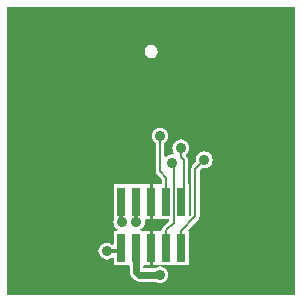
<source format=gbl>
G04 Layer_Physical_Order=2*
G04 Layer_Color=16711680*
%FSAX24Y24*%
%MOIN*%
G70*
G01*
G75*
%ADD17C,0.0080*%
%ADD18C,0.0138*%
%ADD19C,0.0236*%
%ADD20C,0.1181*%
%ADD21C,0.0276*%
%ADD22C,0.0354*%
%ADD23R,0.0299X0.0945*%
G36*
X023170Y013072D02*
X013572D01*
Y022670D01*
X023170D01*
Y013072D01*
D02*
G37*
%LPC*%
G36*
X018121Y016751D02*
Y016751D01*
X018072Y016751D01*
X017622D01*
X017622Y016751D01*
X017621D01*
Y016751D01*
X017572Y016751D01*
X017122D01*
Y015606D01*
X017122Y015606D01*
X017122D01*
X017117Y015581D01*
X017107Y015509D01*
X017117Y015437D01*
X017145Y015369D01*
X017189Y015311D01*
X017247Y015267D01*
X017251Y015265D01*
X017241Y015215D01*
X017122D01*
Y014763D01*
X017072Y014739D01*
X017035Y014767D01*
X016967Y014795D01*
X016895Y014804D01*
X016823Y014795D01*
X016755Y014767D01*
X016697Y014722D01*
X016653Y014665D01*
X016625Y014597D01*
X016615Y014525D01*
X016625Y014452D01*
X016653Y014385D01*
X016697Y014327D01*
X016755Y014283D01*
X016823Y014255D01*
X016895Y014245D01*
X016967Y014255D01*
X017035Y014283D01*
X017072Y014311D01*
X017122Y014286D01*
Y014070D01*
X017572D01*
X017621Y014070D01*
X017649Y014032D01*
Y013844D01*
X017649Y013844D01*
X017666Y013759D01*
X017714Y013686D01*
X017820Y013580D01*
X017820Y013580D01*
X017892Y013532D01*
X017978Y013515D01*
X018501D01*
X018527Y013495D01*
X018594Y013467D01*
X018667Y013458D01*
X018739Y013467D01*
X018806Y013495D01*
X018864Y013540D01*
X018909Y013598D01*
X018937Y013665D01*
X018946Y013737D01*
X018937Y013810D01*
X018909Y013877D01*
X018864Y013935D01*
X018806Y013980D01*
X018739Y014007D01*
X018667Y014017D01*
X018594Y014007D01*
X018527Y013980D01*
X018501Y013960D01*
X018094D01*
Y014032D01*
X018122Y014070D01*
X018171Y014070D01*
X018321D01*
Y014643D01*
Y015215D01*
X018171D01*
X018122Y015215D01*
X018025Y015215D01*
X018015Y015265D01*
X018019Y015267D01*
X018077Y015311D01*
X018121Y015369D01*
X018149Y015437D01*
X018159Y015509D01*
X018153Y015556D01*
X018188Y015606D01*
X018321D01*
Y016178D01*
Y016751D01*
X018122D01*
X018122Y016751D01*
X018121D01*
D02*
G37*
G36*
X018371Y021401D02*
X018286Y021384D01*
X018214Y021336D01*
X018166Y021263D01*
X018149Y021178D01*
X018166Y021093D01*
X018214Y021021D01*
X018286Y020973D01*
X018371Y020956D01*
X018456Y020973D01*
X018529Y021021D01*
X018577Y021093D01*
X018594Y021178D01*
X018577Y021263D01*
X018529Y021336D01*
X018456Y021384D01*
X018371Y021401D01*
D02*
G37*
G36*
X018667Y018643D02*
X018594Y018633D01*
X018527Y018605D01*
X018469Y018561D01*
X018424Y018503D01*
X018397Y018436D01*
X018387Y018363D01*
X018397Y018291D01*
X018424Y018224D01*
X018469Y018166D01*
X018524Y018124D01*
Y017182D01*
X018524Y017182D01*
X018535Y017128D01*
X018566Y017081D01*
X018729Y016918D01*
Y016786D01*
X018693Y016751D01*
X018622Y016751D01*
X018572Y016751D01*
X018421D01*
Y016178D01*
Y015606D01*
X018572D01*
X018621Y015606D01*
X018671Y015606D01*
X018978D01*
Y015530D01*
X018770Y015323D01*
X018739Y015276D01*
X018729Y015222D01*
X018680Y015215D01*
X018622Y015215D01*
X018572Y015215D01*
X018421D01*
Y014643D01*
Y014070D01*
X018572D01*
X018621Y014070D01*
X018671Y014070D01*
X019121D01*
Y014070D01*
X019122D01*
Y014070D01*
X019621D01*
Y015215D01*
X019621D01*
X019609Y015245D01*
X019949Y015585D01*
X019949Y015585D01*
X019980Y015632D01*
X019990Y015686D01*
Y017222D01*
X020074Y017305D01*
X020143Y017296D01*
X020215Y017306D01*
X020283Y017334D01*
X020341Y017378D01*
X020385Y017436D01*
X020413Y017504D01*
X020422Y017576D01*
X020413Y017648D01*
X020385Y017716D01*
X020341Y017774D01*
X020283Y017818D01*
X020215Y017846D01*
X020143Y017856D01*
X020071Y017846D01*
X020003Y017818D01*
X019945Y017774D01*
X019901Y017716D01*
X019873Y017648D01*
X019863Y017576D01*
X019872Y017507D01*
X019747Y017382D01*
X019716Y017335D01*
X019705Y017281D01*
X019705Y017281D01*
Y015745D01*
X019667Y015708D01*
X019621Y015727D01*
Y016751D01*
X019597D01*
Y017576D01*
X019597Y017576D01*
X019586Y017631D01*
X019555Y017677D01*
X019527Y017705D01*
X019530Y017755D01*
X019553Y017772D01*
X019598Y017830D01*
X019626Y017897D01*
X019635Y017970D01*
X019626Y018042D01*
X019598Y018109D01*
X019553Y018167D01*
X019495Y018212D01*
X019428Y018240D01*
X019356Y018249D01*
X019283Y018240D01*
X019216Y018212D01*
X019158Y018167D01*
X019113Y018109D01*
X019085Y018042D01*
X019076Y017970D01*
X019085Y017897D01*
X019113Y017830D01*
X019138Y017797D01*
X019111Y017750D01*
X019060Y017757D01*
X018988Y017748D01*
X018920Y017720D01*
X018863Y017675D01*
X018859Y017671D01*
X018809Y017688D01*
Y018124D01*
X018864Y018166D01*
X018909Y018224D01*
X018937Y018291D01*
X018946Y018363D01*
X018937Y018436D01*
X018909Y018503D01*
X018864Y018561D01*
X018806Y018605D01*
X018739Y018633D01*
X018667Y018643D01*
D02*
G37*
%LPD*%
D17*
X019848Y015686D02*
Y017281D01*
X019371Y015210D02*
X019848Y015686D01*
X019371Y014643D02*
Y015210D01*
X019848Y017281D02*
X020143Y017576D01*
X019356Y017674D02*
Y017970D01*
Y017674D02*
X019454Y017576D01*
Y016261D02*
Y017576D01*
X019371Y016178D02*
X019454Y016261D01*
X018667Y017182D02*
X018871Y016978D01*
X018667Y017182D02*
Y018363D01*
X019121Y015471D02*
Y017417D01*
X019060Y017478D02*
X019121Y017417D01*
X018871Y016178D02*
Y016978D01*
Y015222D02*
X019121Y015471D01*
X018871Y014643D02*
Y015222D01*
D18*
X017879Y015509D02*
Y016186D01*
X017371Y015525D02*
X017387Y015509D01*
X017371Y015525D02*
Y016178D01*
X016895Y014525D02*
X017253D01*
X017371Y014643D01*
X017871Y016178D02*
X017879Y016186D01*
D19*
X017978Y013737D02*
X018667D01*
X017871Y013844D02*
X017978Y013737D01*
X017871Y013844D02*
Y014643D01*
Y014911D01*
X017879Y014820D02*
Y014903D01*
X017871Y014911D02*
X017879Y014903D01*
D20*
X022505Y017281D02*
D03*
Y022005D02*
D03*
X014237D02*
D03*
Y017281D02*
D03*
D21*
X016206Y015312D02*
D03*
Y014919D02*
D03*
Y014525D02*
D03*
X015812Y015312D02*
D03*
Y014919D02*
D03*
Y014525D02*
D03*
X015418Y015312D02*
D03*
Y014919D02*
D03*
Y014525D02*
D03*
X015025Y015312D02*
D03*
Y014919D02*
D03*
Y014525D02*
D03*
X014631Y015312D02*
D03*
Y014919D02*
D03*
Y014525D02*
D03*
X020537Y014525D02*
D03*
Y014919D02*
D03*
Y015312D02*
D03*
X020930Y014525D02*
D03*
Y014919D02*
D03*
Y015312D02*
D03*
X021324Y014525D02*
D03*
Y014919D02*
D03*
Y015312D02*
D03*
X021718Y014525D02*
D03*
Y014919D02*
D03*
Y015312D02*
D03*
X022111Y014525D02*
D03*
Y014919D02*
D03*
Y015312D02*
D03*
D22*
X017879Y015509D02*
D03*
X017387D02*
D03*
X016895Y014525D02*
D03*
X020044Y021513D02*
D03*
X018371Y022104D02*
D03*
X017485Y021218D02*
D03*
X018667Y013737D02*
D03*
Y018363D02*
D03*
X019356Y017970D02*
D03*
X019060Y017478D02*
D03*
X020143Y017576D02*
D03*
D23*
X017371Y016178D02*
D03*
X017871D02*
D03*
X018371D02*
D03*
X018871D02*
D03*
X019371D02*
D03*
X017371Y014643D02*
D03*
X017871D02*
D03*
X018371D02*
D03*
X018871D02*
D03*
X019371Y016178D02*
D03*
Y014643D02*
D03*
M02*

</source>
